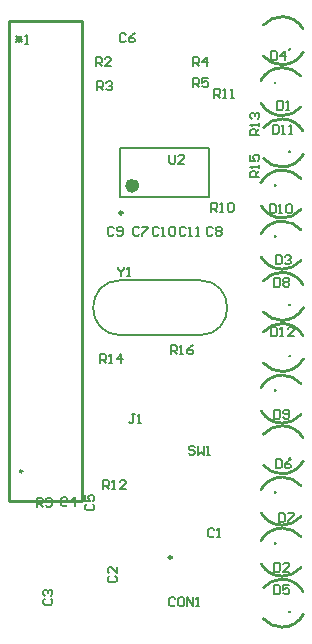
<source format=gto>
G04 Layer_Color=15132400*
%FSLAX25Y25*%
%MOIN*%
G70*
G01*
G75*
%ADD20C,0.01000*%
%ADD42C,0.00787*%
%ADD43C,0.00984*%
%ADD44C,0.02362*%
%ADD45C,0.00700*%
D20*
X225704Y119031D02*
G03*
X232650Y115000I6946J3969D01*
G01*
D02*
G03*
X238850Y117832I47J8100D01*
G01*
X232650Y131000D02*
G03*
X225591Y126800I-29J-7982D01*
G01*
X238850Y128200D02*
G03*
X232650Y131000I-6089J-5219D01*
G01*
X230350Y125900D02*
G03*
X230350Y125900I-100J0D01*
G01*
X225704Y221348D02*
G03*
X232650Y217318I6946J3969D01*
G01*
D02*
G03*
X238850Y220150I47J8100D01*
G01*
X232650Y233317D02*
G03*
X225591Y229117I-29J-7982D01*
G01*
X238850Y230518D02*
G03*
X232650Y233317I-6089J-5219D01*
G01*
X230350Y228218D02*
G03*
X230350Y228218I-100J0D01*
G01*
X225704Y238394D02*
G03*
X232650Y234363I6946J3969D01*
G01*
D02*
G03*
X238850Y237195I47J8100D01*
G01*
X232650Y250363D02*
G03*
X225591Y246163I-29J-7982D01*
G01*
X238850Y247563D02*
G03*
X232650Y250363I-6089J-5219D01*
G01*
X230350Y245263D02*
G03*
X230350Y245263I-100J0D01*
G01*
X239596Y109969D02*
G03*
X232650Y114000I-6946J-3969D01*
G01*
D02*
G03*
X226450Y111168I-47J-8100D01*
G01*
X232650Y98000D02*
G03*
X239709Y102200I29J7982D01*
G01*
X226450Y100800D02*
G03*
X232650Y98000I6089J5219D01*
G01*
X235150Y103100D02*
G03*
X235150Y103100I-100J0D01*
G01*
X239596Y212241D02*
G03*
X232650Y216272I-6946J-3969D01*
G01*
D02*
G03*
X226450Y213440I-47J-8100D01*
G01*
X232650Y200272D02*
G03*
X239709Y204472I29J7982D01*
G01*
X226450Y203072D02*
G03*
X232650Y200272I6089J5219D01*
G01*
X235150Y205372D02*
G03*
X235150Y205372I-100J0D01*
G01*
X225704Y170031D02*
G03*
X232650Y166000I6946J3969D01*
G01*
D02*
G03*
X238850Y168832I47J8100D01*
G01*
X232650Y182000D02*
G03*
X225591Y177800I-29J-7982D01*
G01*
X238850Y179200D02*
G03*
X232650Y182000I-6089J-5219D01*
G01*
X230350Y176900D02*
G03*
X230350Y176900I-100J0D01*
G01*
X239596Y263378D02*
G03*
X232650Y267409I-6946J-3969D01*
G01*
D02*
G03*
X226450Y264577I-47J-8100D01*
G01*
X232650Y251409D02*
G03*
X239709Y255609I29J7982D01*
G01*
X226450Y254209D02*
G03*
X232650Y251409I6089J5219D01*
G01*
X235150Y256509D02*
G03*
X235150Y256509I-100J0D01*
G01*
X225704Y136031D02*
G03*
X232650Y132000I6946J3969D01*
G01*
D02*
G03*
X238850Y134832I47J8100D01*
G01*
X232650Y148000D02*
G03*
X225591Y143800I-29J-7982D01*
G01*
X238850Y145200D02*
G03*
X232650Y148000I-6089J-5219D01*
G01*
X230350Y142900D02*
G03*
X230350Y142900I-100J0D01*
G01*
X239596Y195196D02*
G03*
X232650Y199227I-6946J-3969D01*
G01*
D02*
G03*
X226450Y196395I-47J-8100D01*
G01*
X232650Y183227D02*
G03*
X239709Y187427I29J7982D01*
G01*
X226450Y186027D02*
G03*
X232650Y183227I6089J5219D01*
G01*
X235150Y188327D02*
G03*
X235150Y188327I-100J0D01*
G01*
X239596Y161106D02*
G03*
X232650Y165136I-6946J-3969D01*
G01*
D02*
G03*
X226450Y162304I-47J-8100D01*
G01*
X232650Y149136D02*
G03*
X239709Y153336I29J7982D01*
G01*
X226450Y151936D02*
G03*
X232650Y149136I6089J5219D01*
G01*
X235150Y154236D02*
G03*
X235150Y154236I-100J0D01*
G01*
X239596Y297469D02*
G03*
X232650Y301500I-6946J-3969D01*
G01*
D02*
G03*
X226450Y298668I-47J-8100D01*
G01*
X232650Y285500D02*
G03*
X239709Y289700I29J7982D01*
G01*
X226450Y288300D02*
G03*
X232650Y285500I6089J5219D01*
G01*
X235150Y290600D02*
G03*
X235150Y290600I-100J0D01*
G01*
X146020Y150000D02*
G03*
X146020Y150000I-394J0D01*
G01*
X225704Y272531D02*
G03*
X232650Y268500I6946J3969D01*
G01*
D02*
G03*
X238850Y271332I47J8100D01*
G01*
X232650Y284500D02*
G03*
X225591Y280300I-29J-7982D01*
G01*
X238850Y281700D02*
G03*
X232650Y284500I-6089J-5219D01*
G01*
X230350Y279400D02*
G03*
X230350Y279400I-100J0D01*
G01*
X141591Y300000D02*
X165902D01*
Y140000D02*
Y300000D01*
X141591Y140000D02*
Y300000D01*
Y140000D02*
X165902D01*
D42*
X178811Y213654D02*
G03*
X178811Y195347I0J-9154D01*
G01*
X205189D02*
G03*
X205189Y213654I0J9154D01*
G01*
X178811D02*
X205189D01*
X178811Y195347D02*
X205189D01*
X178736Y241232D02*
X208264D01*
X178736Y257768D02*
X208264D01*
X178736Y241232D02*
Y257768D01*
X208264Y241232D02*
Y257768D01*
D43*
X195835Y121197D02*
G03*
X195835Y121197I-492J0D01*
G01*
X179425Y236114D02*
G03*
X179425Y236114I-492J0D01*
G01*
D44*
X183854Y245169D02*
G03*
X183854Y245169I-1181J0D01*
G01*
D45*
X144000Y294999D02*
X145999Y293000D01*
X144000D02*
X145999Y294999D01*
X144000Y294000D02*
X145999D01*
X145000Y293000D02*
Y294999D01*
X146999Y292500D02*
X147999D01*
X147499D01*
Y295499D01*
X146999Y294999D01*
X209999Y130499D02*
X209500Y130999D01*
X208500D01*
X208000Y130499D01*
Y128500D01*
X208500Y128000D01*
X209500D01*
X209999Y128500D01*
X210999Y128000D02*
X211999D01*
X211499D01*
Y130999D01*
X210999Y130499D01*
X180499Y295499D02*
X179999Y295999D01*
X179000D01*
X178500Y295499D01*
Y293500D01*
X179000Y293000D01*
X179999D01*
X180499Y293500D01*
X183498Y295999D02*
X182499Y295499D01*
X181499Y294499D01*
Y293500D01*
X181999Y293000D01*
X182999D01*
X183498Y293500D01*
Y294000D01*
X182999Y294499D01*
X181499D01*
X209499Y230999D02*
X208999Y231499D01*
X208000D01*
X207500Y230999D01*
Y229000D01*
X208000Y228500D01*
X208999D01*
X209499Y229000D01*
X210499Y230999D02*
X210999Y231499D01*
X211999D01*
X212498Y230999D01*
Y230499D01*
X211999Y229999D01*
X212498Y229500D01*
Y229000D01*
X211999Y228500D01*
X210999D01*
X210499Y229000D01*
Y229500D01*
X210999Y229999D01*
X210499Y230499D01*
Y230999D01*
X210999Y229999D02*
X211999D01*
X176499Y230999D02*
X175999Y231499D01*
X175000D01*
X174500Y230999D01*
Y229000D01*
X175000Y228500D01*
X175999D01*
X176499Y229000D01*
X177499D02*
X177999Y228500D01*
X178999D01*
X179498Y229000D01*
Y230999D01*
X178999Y231499D01*
X177999D01*
X177499Y230999D01*
Y230499D01*
X177999Y229999D01*
X179498D01*
X200499Y230999D02*
X199999Y231499D01*
X199000D01*
X198500Y230999D01*
Y229000D01*
X199000Y228500D01*
X199999D01*
X200499Y229000D01*
X201499Y228500D02*
X202499D01*
X201999D01*
Y231499D01*
X201499Y230999D01*
X203998Y228500D02*
X204998D01*
X204498D01*
Y231499D01*
X203998Y230999D01*
X184999D02*
X184500Y231499D01*
X183500D01*
X183000Y230999D01*
Y229000D01*
X183500Y228500D01*
X184500D01*
X184999Y229000D01*
X185999Y231499D02*
X187998D01*
Y230999D01*
X185999Y229000D01*
Y228500D01*
X191499Y230999D02*
X190999Y231499D01*
X190000D01*
X189500Y230999D01*
Y229000D01*
X190000Y228500D01*
X190999D01*
X191499Y229000D01*
X192499Y228500D02*
X193499D01*
X192999D01*
Y231499D01*
X192499Y230999D01*
X194998D02*
X195498Y231499D01*
X196498D01*
X196998Y230999D01*
Y229000D01*
X196498Y228500D01*
X195498D01*
X194998Y229000D01*
Y230999D01*
X175001Y114999D02*
X174501Y114499D01*
Y113500D01*
X175001Y113000D01*
X177000D01*
X177500Y113500D01*
Y114499D01*
X177000Y114999D01*
X177500Y117998D02*
Y115999D01*
X175501Y117998D01*
X175001D01*
X174501Y117499D01*
Y116499D01*
X175001Y115999D01*
X153501Y107499D02*
X153001Y107000D01*
Y106000D01*
X153501Y105500D01*
X155500D01*
X156000Y106000D01*
Y107000D01*
X155500Y107499D01*
X153501Y108499D02*
X153001Y108999D01*
Y109999D01*
X153501Y110498D01*
X154001D01*
X154500Y109999D01*
Y109499D01*
Y109999D01*
X155000Y110498D01*
X155500D01*
X156000Y109999D01*
Y108999D01*
X155500Y108499D01*
X160999Y140799D02*
X160500Y141299D01*
X159500D01*
X159000Y140799D01*
Y138800D01*
X159500Y138300D01*
X160500D01*
X160999Y138800D01*
X163499Y138300D02*
Y141299D01*
X161999Y139799D01*
X163998D01*
X167501Y138999D02*
X167001Y138499D01*
Y137500D01*
X167501Y137000D01*
X169500D01*
X170000Y137500D01*
Y138499D01*
X169500Y138999D01*
X167001Y141998D02*
Y139999D01*
X168500D01*
X168001Y140999D01*
Y141499D01*
X168500Y141998D01*
X169500D01*
X170000Y141499D01*
Y140499D01*
X169500Y139999D01*
X196999Y107499D02*
X196500Y107999D01*
X195500D01*
X195000Y107499D01*
Y105500D01*
X195500Y105000D01*
X196500D01*
X196999Y105500D01*
X199499Y107999D02*
X198499D01*
X197999Y107499D01*
Y105500D01*
X198499Y105000D01*
X199499D01*
X199998Y105500D01*
Y107499D01*
X199499Y107999D01*
X200998Y105000D02*
Y107999D01*
X202997Y105000D01*
Y107999D01*
X203997Y105000D02*
X204997D01*
X204497D01*
Y107999D01*
X203997Y107499D01*
X229000Y289999D02*
Y287000D01*
X230500D01*
X230999Y287500D01*
Y289499D01*
X230500Y289999D01*
X229000D01*
X233499Y287000D02*
Y289999D01*
X231999Y288499D01*
X233998D01*
X230500Y153999D02*
Y151000D01*
X231999D01*
X232499Y151500D01*
Y153499D01*
X231999Y153999D01*
X230500D01*
X235498D02*
X234499Y153499D01*
X233499Y152499D01*
Y151500D01*
X233999Y151000D01*
X234998D01*
X235498Y151500D01*
Y152000D01*
X234998Y152499D01*
X233499D01*
X229000Y197999D02*
Y195000D01*
X230500D01*
X230999Y195500D01*
Y197499D01*
X230500Y197999D01*
X229000D01*
X231999Y195000D02*
X232999D01*
X232499D01*
Y197999D01*
X231999Y197499D01*
X236498Y195000D02*
X234498D01*
X236498Y196999D01*
Y197499D01*
X235998Y197999D01*
X234998D01*
X234498Y197499D01*
X231500Y135999D02*
Y133000D01*
X232999D01*
X233499Y133500D01*
Y135499D01*
X232999Y135999D01*
X231500D01*
X234499D02*
X236498D01*
Y135499D01*
X234499Y133500D01*
Y133000D01*
X229500Y265499D02*
Y262500D01*
X230999D01*
X231499Y263000D01*
Y264999D01*
X230999Y265499D01*
X229500D01*
X232499Y262500D02*
X233499D01*
X232999D01*
Y265499D01*
X232499Y264999D01*
X234998Y262500D02*
X235998D01*
X235498D01*
Y265499D01*
X234998Y264999D01*
X230000Y170499D02*
Y167500D01*
X231500D01*
X231999Y168000D01*
Y169999D01*
X231500Y170499D01*
X230000D01*
X232999Y168000D02*
X233499Y167500D01*
X234499D01*
X234998Y168000D01*
Y169999D01*
X234499Y170499D01*
X233499D01*
X232999Y169999D01*
Y169499D01*
X233499Y169000D01*
X234998D01*
X230000Y214499D02*
Y211500D01*
X231500D01*
X231999Y212000D01*
Y213999D01*
X231500Y214499D01*
X230000D01*
X232999Y213999D02*
X233499Y214499D01*
X234499D01*
X234998Y213999D01*
Y213499D01*
X234499Y213000D01*
X234998Y212500D01*
Y212000D01*
X234499Y211500D01*
X233499D01*
X232999Y212000D01*
Y212500D01*
X233499Y213000D01*
X232999Y213499D01*
Y213999D01*
X233499Y213000D02*
X234499D01*
X230000Y111999D02*
Y109000D01*
X231500D01*
X231999Y109500D01*
Y111499D01*
X231500Y111999D01*
X230000D01*
X234998D02*
X232999D01*
Y110500D01*
X233999Y110999D01*
X234499D01*
X234998Y110500D01*
Y109500D01*
X234499Y109000D01*
X233499D01*
X232999Y109500D01*
X228500Y238999D02*
Y236000D01*
X229999D01*
X230499Y236500D01*
Y238499D01*
X229999Y238999D01*
X228500D01*
X231499Y236000D02*
X232499D01*
X231999D01*
Y238999D01*
X231499Y238499D01*
X233998D02*
X234498Y238999D01*
X235498D01*
X235998Y238499D01*
Y236500D01*
X235498Y236000D01*
X234498D01*
X233998Y236500D01*
Y238499D01*
X230500Y221999D02*
Y219000D01*
X231999D01*
X232499Y219500D01*
Y221499D01*
X231999Y221999D01*
X230500D01*
X233499Y221499D02*
X233999Y221999D01*
X234998D01*
X235498Y221499D01*
Y220999D01*
X234998Y220499D01*
X234499D01*
X234998D01*
X235498Y220000D01*
Y219500D01*
X234998Y219000D01*
X233999D01*
X233499Y219500D01*
X230000Y119499D02*
Y116500D01*
X231500D01*
X231999Y117000D01*
Y118999D01*
X231500Y119499D01*
X230000D01*
X234998Y116500D02*
X232999D01*
X234998Y118499D01*
Y118999D01*
X234499Y119499D01*
X233499D01*
X232999Y118999D01*
X231000Y273499D02*
Y270500D01*
X232500D01*
X232999Y271000D01*
Y272999D01*
X232500Y273499D01*
X231000D01*
X233999Y270500D02*
X234999D01*
X234499D01*
Y273499D01*
X233999Y272999D01*
X183499Y168999D02*
X182500D01*
X183000D01*
Y166500D01*
X182500Y166000D01*
X182000D01*
X181500Y166500D01*
X184499Y166000D02*
X185499D01*
X184999D01*
Y168999D01*
X184499Y168499D01*
X170500Y285000D02*
Y287999D01*
X172000D01*
X172499Y287499D01*
Y286500D01*
X172000Y286000D01*
X170500D01*
X171500D02*
X172499Y285000D01*
X175498D02*
X173499D01*
X175498Y286999D01*
Y287499D01*
X174999Y287999D01*
X173999D01*
X173499Y287499D01*
X171000Y277000D02*
Y279999D01*
X172500D01*
X172999Y279499D01*
Y278500D01*
X172500Y278000D01*
X171000D01*
X172000D02*
X172999Y277000D01*
X173999Y279499D02*
X174499Y279999D01*
X175499D01*
X175998Y279499D01*
Y278999D01*
X175499Y278500D01*
X174999D01*
X175499D01*
X175998Y278000D01*
Y277500D01*
X175499Y277000D01*
X174499D01*
X173999Y277500D01*
X203000Y285000D02*
Y287999D01*
X204500D01*
X204999Y287499D01*
Y286500D01*
X204500Y286000D01*
X203000D01*
X204000D02*
X204999Y285000D01*
X207499D02*
Y287999D01*
X205999Y286500D01*
X207998D01*
X203000Y278000D02*
Y280999D01*
X204500D01*
X204999Y280499D01*
Y279500D01*
X204500Y279000D01*
X203000D01*
X204000D02*
X204999Y278000D01*
X207998Y280999D02*
X205999D01*
Y279500D01*
X206999Y279999D01*
X207499D01*
X207998Y279500D01*
Y278500D01*
X207499Y278000D01*
X206499D01*
X205999Y278500D01*
X210000Y274500D02*
Y277499D01*
X211500D01*
X211999Y276999D01*
Y275999D01*
X211500Y275500D01*
X210000D01*
X211000D02*
X211999Y274500D01*
X212999D02*
X213999D01*
X213499D01*
Y277499D01*
X212999Y276999D01*
X215498Y274500D02*
X216498D01*
X215998D01*
Y277499D01*
X215498Y276999D01*
X225000Y262000D02*
X222001D01*
Y263499D01*
X222501Y263999D01*
X223500D01*
X224000Y263499D01*
Y262000D01*
Y263000D02*
X225000Y263999D01*
Y264999D02*
Y265999D01*
Y265499D01*
X222001D01*
X222501Y264999D01*
Y267498D02*
X222001Y267998D01*
Y268998D01*
X222501Y269498D01*
X223001D01*
X223500Y268998D01*
Y268498D01*
Y268998D01*
X224000Y269498D01*
X224500D01*
X225000Y268998D01*
Y267998D01*
X224500Y267498D01*
X225000Y248000D02*
X222001D01*
Y249500D01*
X222501Y249999D01*
X223500D01*
X224000Y249500D01*
Y248000D01*
Y249000D02*
X225000Y249999D01*
Y250999D02*
Y251999D01*
Y251499D01*
X222001D01*
X222501Y250999D01*
X222001Y255498D02*
Y253498D01*
X223500D01*
X223001Y254498D01*
Y254998D01*
X223500Y255498D01*
X224500D01*
X225000Y254998D01*
Y253998D01*
X224500Y253498D01*
X209000Y236500D02*
Y239499D01*
X210500D01*
X210999Y238999D01*
Y238000D01*
X210500Y237500D01*
X209000D01*
X210000D02*
X210999Y236500D01*
X211999D02*
X212999D01*
X212499D01*
Y239499D01*
X211999Y238999D01*
X214498D02*
X214998Y239499D01*
X215998D01*
X216498Y238999D01*
Y237000D01*
X215998Y236500D01*
X214998D01*
X214498Y237000D01*
Y238999D01*
X173000Y144000D02*
Y146999D01*
X174499D01*
X174999Y146499D01*
Y145500D01*
X174499Y145000D01*
X173000D01*
X174000D02*
X174999Y144000D01*
X175999D02*
X176999D01*
X176499D01*
Y146999D01*
X175999Y146499D01*
X180498Y144000D02*
X178498D01*
X180498Y145999D01*
Y146499D01*
X179998Y146999D01*
X178998D01*
X178498Y146499D01*
X195500Y189000D02*
Y191999D01*
X197000D01*
X197499Y191499D01*
Y190499D01*
X197000Y190000D01*
X195500D01*
X196500D02*
X197499Y189000D01*
X198499D02*
X199499D01*
X198999D01*
Y191999D01*
X198499Y191499D01*
X202998Y191999D02*
X201998Y191499D01*
X200998Y190499D01*
Y189500D01*
X201498Y189000D01*
X202498D01*
X202998Y189500D01*
Y190000D01*
X202498Y190499D01*
X200998D01*
X172000Y186000D02*
Y188999D01*
X173500D01*
X173999Y188499D01*
Y187499D01*
X173500Y187000D01*
X172000D01*
X173000D02*
X173999Y186000D01*
X174999D02*
X175999D01*
X175499D01*
Y188999D01*
X174999Y188499D01*
X178998Y186000D02*
Y188999D01*
X177498Y187499D01*
X179498D01*
X150800Y138100D02*
Y141099D01*
X152299D01*
X152799Y140599D01*
Y139600D01*
X152299Y139100D01*
X150800D01*
X151800D02*
X152799Y138100D01*
X153799Y138600D02*
X154299Y138100D01*
X155299D01*
X155798Y138600D01*
Y140599D01*
X155299Y141099D01*
X154299D01*
X153799Y140599D01*
Y140099D01*
X154299Y139600D01*
X155798D01*
X203499Y157999D02*
X202999Y158499D01*
X202000D01*
X201500Y157999D01*
Y157499D01*
X202000Y157000D01*
X202999D01*
X203499Y156500D01*
Y156000D01*
X202999Y155500D01*
X202000D01*
X201500Y156000D01*
X204499Y158499D02*
Y155500D01*
X205499Y156500D01*
X206498Y155500D01*
Y158499D01*
X207498Y155500D02*
X208498D01*
X207998D01*
Y158499D01*
X207498Y157999D01*
X195000Y255499D02*
Y253000D01*
X195500Y252500D01*
X196500D01*
X196999Y253000D01*
Y255499D01*
X199998Y252500D02*
X197999D01*
X199998Y254499D01*
Y254999D01*
X199499Y255499D01*
X198499D01*
X197999Y254999D01*
X178000Y217999D02*
Y217499D01*
X179000Y216499D01*
X179999Y217499D01*
Y217999D01*
X179000Y216499D02*
Y215000D01*
X180999D02*
X181999D01*
X181499D01*
Y217999D01*
X180999Y217499D01*
M02*

</source>
